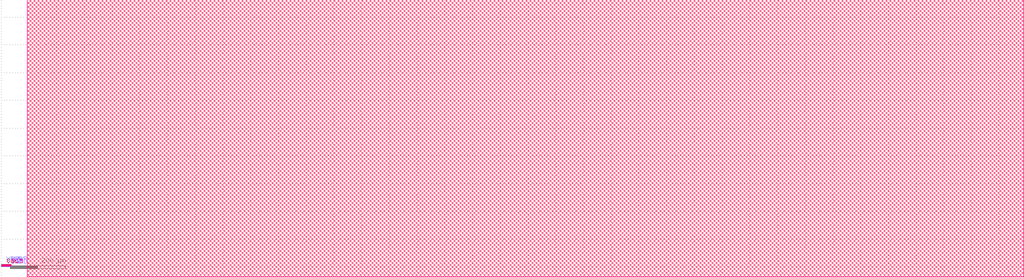
<source format=lef>
VERSION 5.7 ;
  NOWIREEXTENSIONATPIN ON ;
  DIVIDERCHAR "/" ;
  BUSBITCHARS "[]" ;
MACRO sky130_asc_cap_mim_m3_1
  CLASS CORE ;
  FOREIGN sky130_asc_cap_mim_m3_1 ;
  ORIGIN 0.000 0.000 ;
  SIZE 36.855 BY 9.400 ;
  SITE unitasc ;
  PIN Cin
    DIRECTION INOUT ;
    PORT
      LAYER met3 ;
        RECT 0.450 8.250 36.300 8.450 ;
        RECT 0.450 5.250 36.305 8.250 ;
        RECT 0.450 4.750 36.300 5.250 ;
        RECT 0.450 1.750 36.305 4.750 ;
      LAYER via3 ;
        RECT 3.530 5.390 3.850 8.110 ;
        RECT 7.125 5.390 7.445 8.110 ;
        RECT 10.720 5.390 11.040 8.110 ;
        RECT 14.315 5.390 14.635 8.110 ;
        RECT 17.910 5.390 18.230 8.110 ;
        RECT 21.505 5.390 21.825 8.110 ;
        RECT 25.100 5.390 25.420 8.110 ;
        RECT 28.695 5.390 29.015 8.110 ;
        RECT 32.290 5.390 32.610 8.110 ;
        RECT 35.885 5.390 36.205 8.110 ;
        RECT 3.530 1.890 3.850 4.610 ;
        RECT 7.125 1.890 7.445 4.610 ;
        RECT 10.720 1.890 11.040 4.610 ;
        RECT 14.315 1.890 14.635 4.610 ;
        RECT 17.910 1.890 18.230 4.610 ;
        RECT 21.505 1.890 21.825 4.610 ;
        RECT 25.100 1.890 25.420 4.610 ;
        RECT 28.695 1.890 29.015 4.610 ;
        RECT 32.290 1.890 32.610 4.610 ;
        RECT 35.885 1.890 36.205 4.610 ;
      LAYER met4 ;
        RECT 3.450 5.310 3.930 8.190 ;
        RECT 7.045 5.310 7.525 8.190 ;
        RECT 10.640 5.310 11.120 8.190 ;
        RECT 14.235 5.310 14.715 8.190 ;
        RECT 17.830 5.310 18.310 8.190 ;
        RECT 21.425 5.310 21.905 8.190 ;
        RECT 25.020 5.310 25.500 8.190 ;
        RECT 28.615 5.310 29.095 8.190 ;
        RECT 32.210 5.310 32.690 8.190 ;
        RECT 35.805 5.310 36.285 8.190 ;
        RECT 3.450 1.810 3.930 4.690 ;
        RECT 7.045 1.810 7.525 4.690 ;
        RECT 10.640 1.810 11.120 4.690 ;
        RECT 14.235 1.810 14.715 4.690 ;
        RECT 17.830 1.810 18.310 4.690 ;
        RECT 21.425 1.810 21.905 4.690 ;
        RECT 25.020 1.810 25.500 4.690 ;
        RECT 28.615 1.810 29.095 4.690 ;
        RECT 32.210 1.810 32.690 4.690 ;
        RECT 35.805 1.810 36.285 4.690 ;
    END
  END Cin
  PIN Cout
    DIRECTION INOUT ;
    PORT
      LAYER met4 ;
        RECT 1.150 7.555 2.750 7.650 ;
        RECT 4.750 7.555 6.350 7.650 ;
        RECT 8.350 7.555 9.950 7.650 ;
        RECT 11.950 7.555 13.550 7.650 ;
        RECT 15.550 7.555 17.150 7.650 ;
        RECT 19.150 7.555 20.750 7.650 ;
        RECT 22.750 7.555 24.350 7.650 ;
        RECT 26.350 7.555 27.950 7.650 ;
        RECT 29.950 7.555 31.550 7.650 ;
        RECT 33.550 7.555 35.150 7.650 ;
        RECT 1.150 5.945 2.760 7.555 ;
        RECT 4.745 5.945 6.355 7.555 ;
        RECT 8.340 5.945 9.950 7.555 ;
        RECT 11.935 5.945 13.550 7.555 ;
        RECT 15.530 5.945 17.150 7.555 ;
        RECT 19.125 5.945 20.750 7.555 ;
        RECT 22.720 5.945 24.350 7.555 ;
        RECT 26.315 5.945 27.950 7.555 ;
        RECT 29.910 5.945 31.550 7.555 ;
        RECT 33.505 5.945 35.150 7.555 ;
        RECT 1.150 4.055 2.750 5.945 ;
        RECT 4.750 4.055 6.350 5.945 ;
        RECT 8.350 4.055 9.950 5.945 ;
        RECT 11.950 4.055 13.550 5.945 ;
        RECT 15.550 4.055 17.150 5.945 ;
        RECT 19.150 4.055 20.750 5.945 ;
        RECT 22.750 4.055 24.350 5.945 ;
        RECT 26.350 4.055 27.950 5.945 ;
        RECT 29.950 4.055 31.550 5.945 ;
        RECT 33.550 4.055 35.150 5.945 ;
        RECT 1.150 2.445 2.760 4.055 ;
        RECT 4.745 2.445 6.355 4.055 ;
        RECT 8.340 2.445 9.950 4.055 ;
        RECT 11.935 2.445 13.550 4.055 ;
        RECT 15.530 2.445 17.150 4.055 ;
        RECT 19.125 2.445 20.750 4.055 ;
        RECT 22.720 2.445 24.350 4.055 ;
        RECT 26.315 2.445 27.950 4.055 ;
        RECT 29.910 2.445 31.550 4.055 ;
        RECT 33.505 2.445 35.150 4.055 ;
        RECT 1.150 1.450 2.750 2.445 ;
        RECT 4.750 1.450 6.350 2.445 ;
        RECT 8.350 1.450 9.950 2.445 ;
        RECT 11.950 1.450 13.550 2.445 ;
        RECT 15.550 1.450 17.150 2.445 ;
        RECT 19.150 1.450 20.750 2.445 ;
        RECT 22.750 1.450 24.350 2.445 ;
        RECT 26.350 1.450 27.950 2.445 ;
        RECT 29.950 1.450 31.550 2.445 ;
        RECT 33.550 1.450 35.150 2.445 ;
        RECT 0.460 0.950 36.300 1.450 ;
    END
  END Cout
  PIN VPWR
    DIRECTION INOUT ;
    USE POWER ;
    PORT
      LAYER li1 ;
        RECT 0.460 9.250 36.300 9.550 ;
      LAYER mcon ;
        RECT 1.310 9.250 1.610 9.550 ;
        RECT 3.310 9.250 3.610 9.550 ;
        RECT 5.310 9.250 5.610 9.550 ;
        RECT 7.310 9.250 7.610 9.550 ;
        RECT 9.310 9.250 9.610 9.550 ;
        RECT 11.310 9.250 11.610 9.550 ;
        RECT 13.310 9.250 13.610 9.550 ;
        RECT 15.310 9.250 15.610 9.550 ;
        RECT 17.310 9.250 17.610 9.550 ;
        RECT 19.310 9.250 19.610 9.550 ;
        RECT 21.310 9.250 21.610 9.550 ;
        RECT 23.310 9.250 23.610 9.550 ;
        RECT 25.310 9.250 25.610 9.550 ;
        RECT 27.310 9.250 27.610 9.550 ;
        RECT 29.310 9.250 29.610 9.550 ;
        RECT 31.310 9.250 31.610 9.550 ;
        RECT 33.310 9.250 33.610 9.550 ;
        RECT 35.310 9.250 35.610 9.550 ;
      LAYER met1 ;
        RECT 0.460 9.100 36.300 9.700 ;
    END
  END VPWR
  PIN VGND
    DIRECTION INOUT ;
    USE GROUND ;
    PORT
      LAYER li1 ;
        RECT 0.460 -0.150 36.300 0.150 ;
      LAYER mcon ;
        RECT 1.310 -0.150 1.610 0.150 ;
        RECT 3.310 -0.150 3.610 0.150 ;
        RECT 5.310 -0.150 5.610 0.150 ;
        RECT 7.310 -0.150 7.610 0.150 ;
        RECT 9.310 -0.150 9.610 0.150 ;
        RECT 11.310 -0.150 11.610 0.150 ;
        RECT 13.310 -0.150 13.610 0.150 ;
        RECT 15.310 -0.150 15.610 0.150 ;
        RECT 17.310 -0.150 17.610 0.150 ;
        RECT 19.310 -0.150 19.610 0.150 ;
        RECT 21.310 -0.150 21.610 0.150 ;
        RECT 23.310 -0.150 23.610 0.150 ;
        RECT 25.310 -0.150 25.610 0.150 ;
        RECT 27.310 -0.150 27.610 0.150 ;
        RECT 29.310 -0.150 29.610 0.150 ;
        RECT 31.310 -0.150 31.610 0.150 ;
        RECT 33.310 -0.150 33.610 0.150 ;
        RECT 35.310 -0.150 35.610 0.150 ;
      LAYER met1 ;
        RECT 0.460 -0.300 36.300 0.300 ;
    END
  END VGND
  OBS
      LAYER met4 ;
        RECT 94.00 -36.00 3687.00 963.00 ;
      LAYER met5 ;
        RECT 94.00 -36.00 3687.00 963.00 ;
  END
END sky130_asc_cap_mim_m3_1
END LIBRARY


</source>
